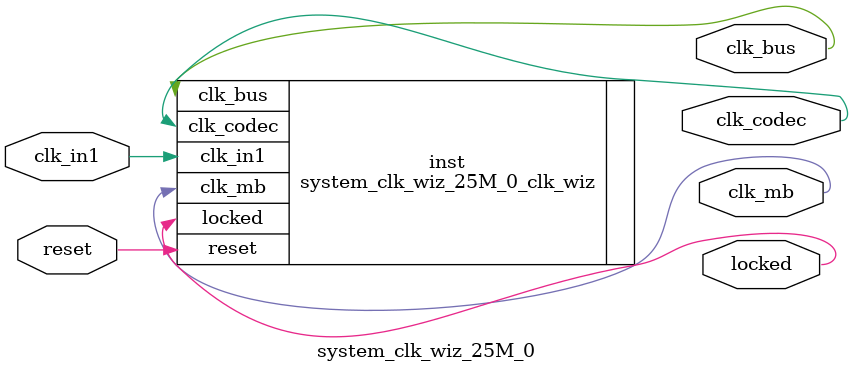
<source format=v>


`timescale 1ps/1ps

(* CORE_GENERATION_INFO = "system_clk_wiz_25M_0,clk_wiz_v5_4_3_0,{component_name=system_clk_wiz_25M_0,use_phase_alignment=true,use_min_o_jitter=false,use_max_i_jitter=false,use_dyn_phase_shift=false,use_inclk_switchover=false,use_dyn_reconfig=false,enable_axi=0,feedback_source=FDBK_AUTO,PRIMITIVE=MMCM,num_out_clk=3,clkin1_period=20.000,clkin2_period=10.0,use_power_down=false,use_reset=true,use_locked=true,use_inclk_stopped=false,feedback_type=SINGLE,CLOCK_MGR_TYPE=NA,manual_override=false}" *)

module system_clk_wiz_25M_0 
 (
  // Clock out ports
  output        clk_codec,
  output        clk_bus,
  output        clk_mb,
  // Status and control signals
  input         reset,
  output        locked,
 // Clock in ports
  input         clk_in1
 );

  system_clk_wiz_25M_0_clk_wiz inst
  (
  // Clock out ports  
  .clk_codec(clk_codec),
  .clk_bus(clk_bus),
  .clk_mb(clk_mb),
  // Status and control signals               
  .reset(reset), 
  .locked(locked),
 // Clock in ports
  .clk_in1(clk_in1)
  );

endmodule

</source>
